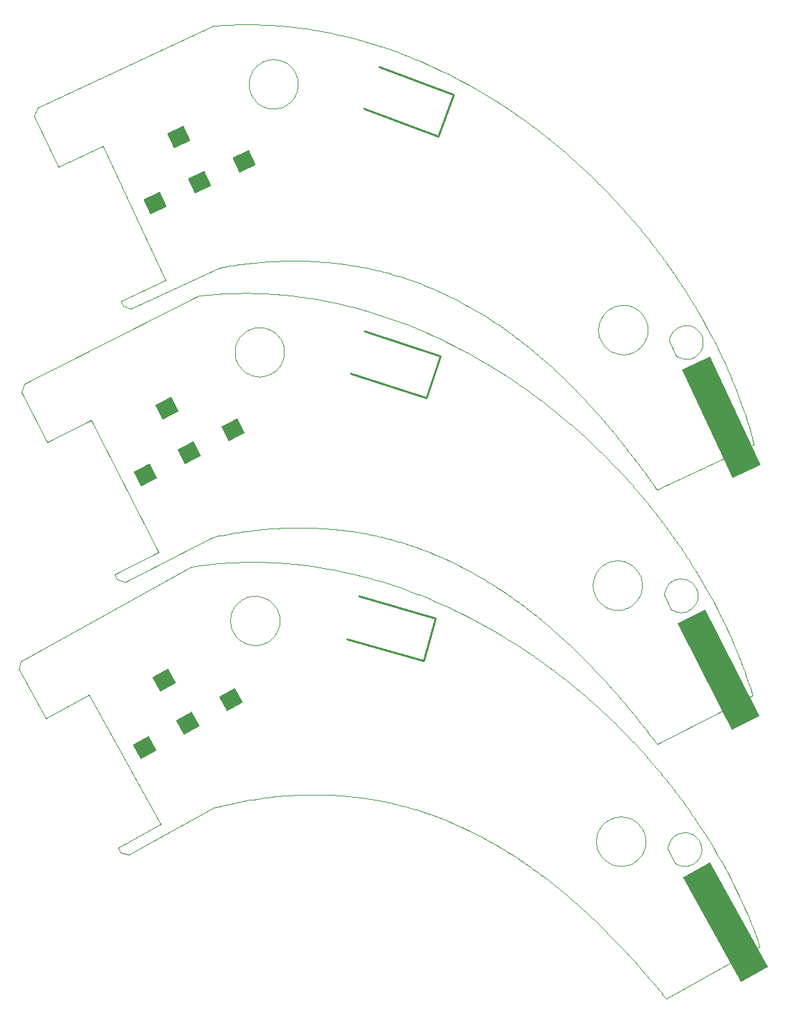
<source format=gm1>
G04*
G04 #@! TF.GenerationSoftware,Altium Limited,Altium Designer,21.7.2 (23)*
G04*
G04 Layer_Color=16711935*
%FSLAX25Y25*%
%MOIN*%
G70*
G04*
G04 #@! TF.SameCoordinates,560326E4-0408-43C8-B7F1-86A7F47A34FC*
G04*
G04*
G04 #@! TF.FilePolarity,Positive*
G04*
G01*
G75*
%ADD13C,0.01000*%
%ADD123C,0.00394*%
%ADD124C,0.00050*%
G04:AMPARAMS|DCode=125|XSize=148.03mil|YSize=572.84mil|CornerRadius=0mil|HoleSize=0mil|Usage=FLASHONLY|Rotation=25.000|XOffset=0mil|YOffset=0mil|HoleType=Round|Shape=Rectangle|*
%AMROTATEDRECTD125*
4,1,4,0.05396,-0.29086,-0.18813,0.22830,-0.05396,0.29086,0.18813,-0.22830,0.05396,-0.29086,0.0*
%
%ADD125ROTATEDRECTD125*%

G04:AMPARAMS|DCode=126|XSize=86.61mil|YSize=78.74mil|CornerRadius=0mil|HoleSize=0mil|Usage=FLASHONLY|Rotation=25.000|XOffset=0mil|YOffset=0mil|HoleType=Round|Shape=Rectangle|*
%AMROTATEDRECTD126*
4,1,4,-0.02261,-0.05398,-0.05589,0.01738,0.02261,0.05398,0.05589,-0.01738,-0.02261,-0.05398,0.0*
%
%ADD126ROTATEDRECTD126*%

G04:AMPARAMS|DCode=127|XSize=148.03mil|YSize=572.84mil|CornerRadius=0mil|HoleSize=0mil|Usage=FLASHONLY|Rotation=29.000|XOffset=0mil|YOffset=0mil|HoleType=Round|Shape=Rectangle|*
%AMROTATEDRECTD127*
4,1,4,0.07412,-0.28639,-0.20359,0.21462,-0.07412,0.28639,0.20359,-0.21462,0.07412,-0.28639,0.0*
%
%ADD127ROTATEDRECTD127*%

G04:AMPARAMS|DCode=128|XSize=86.61mil|YSize=78.74mil|CornerRadius=0mil|HoleSize=0mil|Usage=FLASHONLY|Rotation=29.000|XOffset=0mil|YOffset=0mil|HoleType=Round|Shape=Rectangle|*
%AMROTATEDRECTD128*
4,1,4,-0.01879,-0.05543,-0.05696,0.01344,0.01879,0.05543,0.05696,-0.01344,-0.01879,-0.05543,0.0*
%
%ADD128ROTATEDRECTD128*%

G04:AMPARAMS|DCode=129|XSize=148.03mil|YSize=572.84mil|CornerRadius=0mil|HoleSize=0mil|Usage=FLASHONLY|Rotation=27.000|XOffset=0mil|YOffset=0mil|HoleType=Round|Shape=Rectangle|*
%AMROTATEDRECTD129*
4,1,4,0.06408,-0.28880,-0.19598,0.22160,-0.06408,0.28880,0.19598,-0.22160,0.06408,-0.28880,0.0*
%
%ADD129ROTATEDRECTD129*%

G04:AMPARAMS|DCode=130|XSize=86.61mil|YSize=78.74mil|CornerRadius=0mil|HoleSize=0mil|Usage=FLASHONLY|Rotation=27.000|XOffset=0mil|YOffset=0mil|HoleType=Round|Shape=Rectangle|*
%AMROTATEDRECTD130*
4,1,4,-0.02071,-0.05474,-0.05646,0.01542,0.02071,0.05474,0.05646,-0.01542,-0.02071,-0.05474,0.0*
%
%ADD130ROTATEDRECTD130*%

D13*
X184390Y445735D02*
X220276Y432674D01*
X227548Y452652D01*
X191662Y465713D02*
X227548Y452652D01*
X176324Y191593D02*
X213034Y181067D01*
X218894Y201503D01*
X182184Y212030D02*
X218894Y201503D01*
X178123Y318826D02*
X214443Y307025D01*
X221013Y327245D01*
X184693Y339046D02*
X221013Y327245D01*
D123*
X334113Y327330D02*
X334947Y326799D01*
X335840Y326374D01*
X336777Y326061D01*
X337747Y325865D01*
X338732Y325789D01*
X339720Y325835D01*
X340695Y326000D01*
X341642Y326284D01*
X342547Y326681D01*
X343397Y327187D01*
X344179Y327792D01*
X344881Y328488D01*
X345493Y329265D01*
X346004Y330111D01*
X346409Y331013D01*
X346701Y331958D01*
X346874Y332931D01*
X346927Y333918D01*
X346860Y334905D01*
X346672Y335875D01*
X346367Y336816D01*
X345949Y337712D01*
X345425Y338550D01*
X344802Y339318D01*
X344090Y340004D01*
X343299Y340598D01*
X342442Y341090D01*
X341531Y341474D01*
X340580Y341744D01*
X339603Y341896D01*
X338615Y341927D01*
X337630Y341836D01*
X336664Y341627D01*
X335731Y341300D01*
X334844Y340862D01*
X334018Y340319D01*
X333264Y339679D01*
X332595Y338951D01*
X332019Y338147D01*
X331546Y337279D01*
X331183Y336360D01*
X330935Y335402D01*
X330806Y334422D01*
X334098Y327296D02*
X330770Y334433D01*
X333942Y83921D02*
X334810Y83449D01*
X335731Y83087D01*
X336688Y82841D01*
X337668Y82713D01*
X338657Y82706D01*
X339639Y82820D01*
X340600Y83054D01*
X341525Y83403D01*
X342401Y83862D01*
X343213Y84425D01*
X343951Y85084D01*
X344602Y85827D01*
X345158Y86645D01*
X345610Y87524D01*
X345951Y88453D01*
X346176Y89415D01*
X346281Y90398D01*
X346265Y91387D01*
X346129Y92366D01*
X345874Y93321D01*
X345504Y94238D01*
X345024Y95103D01*
X344443Y95903D01*
X343768Y96625D01*
X343010Y97260D01*
X342180Y97797D01*
X341290Y98229D01*
X340355Y98548D01*
X339387Y98751D01*
X338402Y98834D01*
X337414Y98796D01*
X336438Y98637D01*
X335489Y98360D01*
X334581Y97970D01*
X333727Y97471D01*
X332941Y96871D01*
X332234Y96180D01*
X331617Y95408D01*
X331098Y94566D01*
X330687Y93667D01*
X330389Y92724D01*
X330208Y91752D01*
X330148Y90765D01*
X333929Y83886D02*
X330112Y90773D01*
X331887Y205718D02*
X332739Y205217D01*
X333646Y204823D01*
X334594Y204543D01*
X335570Y204381D01*
X336558Y204340D01*
X337543Y204420D01*
X338511Y204620D01*
X339448Y204936D01*
X340339Y205365D01*
X341171Y205899D01*
X341931Y206531D01*
X342608Y207252D01*
X343192Y208050D01*
X343674Y208913D01*
X344047Y209828D01*
X344305Y210783D01*
X344445Y211761D01*
X344464Y212750D01*
X344362Y213733D01*
X344140Y214697D01*
X343802Y215626D01*
X343354Y216507D01*
X342800Y217326D01*
X342151Y218072D01*
X341416Y218733D01*
X340605Y219299D01*
X339731Y219761D01*
X338807Y220113D01*
X337847Y220350D01*
X336865Y220467D01*
X335876Y220463D01*
X334896Y220339D01*
X333937Y220095D01*
X333016Y219737D01*
X332146Y219268D01*
X331339Y218696D01*
X330608Y218030D01*
X329964Y217280D01*
X329417Y216456D01*
X328975Y215572D01*
X328644Y214640D01*
X328429Y213675D01*
X328334Y212691D01*
X331873Y205684D02*
X328299Y212700D01*
D124*
X319375Y344785D02*
X318913Y345674D01*
X318377Y346522D01*
X317772Y347321D01*
X317101Y348066D01*
X316369Y348751D01*
X315581Y349371D01*
X314744Y349923D01*
X313863Y350401D01*
X312945Y350804D01*
X311996Y351127D01*
X311022Y351368D01*
X310032Y351525D01*
X309033Y351599D01*
X308030Y351587D01*
X307032Y351490D01*
X306046Y351309D01*
X305079Y351045D01*
X304138Y350700D01*
X303229Y350276D01*
X302360Y349777D01*
X301536Y349206D01*
X300763Y348567D01*
X300048Y347865D01*
X299394Y347104D01*
X298808Y346291D01*
X298292Y345431D01*
X297851Y344531D01*
X297488Y343596D01*
X297206Y342634D01*
X297007Y341652D01*
X296891Y340656D01*
X296860Y339654D01*
X296915Y338653D01*
X297054Y337660D01*
X297276Y336683D01*
X297581Y335727D01*
X297966Y334802D01*
X298428Y333912D01*
X298964Y333064D01*
X299569Y332265D01*
X300240Y331521D01*
X300972Y330836D01*
X301760Y330215D01*
X302597Y329663D01*
X303478Y329185D01*
X304396Y328783D01*
X305345Y328460D01*
X306318Y328219D01*
X307309Y328061D01*
X308308Y327988D01*
X309311Y327999D01*
X310309Y328096D01*
X311295Y328277D01*
X312262Y328541D01*
X313203Y328887D01*
X314112Y329310D01*
X314981Y329809D01*
X315805Y330381D01*
X316578Y331020D01*
X317293Y331722D01*
X317947Y332482D01*
X318533Y333295D01*
X319049Y334155D01*
X319490Y335055D01*
X319852Y335990D01*
X320135Y336952D01*
X320334Y337934D01*
X320450Y338930D01*
X320481Y339932D01*
X320426Y340934D01*
X320287Y341926D01*
X320064Y342904D01*
X319760Y343859D01*
X319375Y344785D01*
X219377Y358672D02*
X218395Y359101D01*
X217411Y359524D01*
X216423Y359940D01*
X216423Y359940D02*
X215577Y360292D01*
X214729Y360638D01*
X213879Y360980D01*
X213027Y361318D01*
X213027D02*
X212015Y361711D01*
X211001Y362099D01*
X209984Y362479D01*
X208965Y362853D01*
X208965Y362853D02*
X208029Y363191D01*
X207090Y363522D01*
X206150Y363848D01*
X205208Y364168D01*
X204264Y364483D01*
X203318Y364792D01*
X202370Y365095D01*
X201420Y365392D01*
X200469Y365684D01*
X199516Y365969D01*
X198561Y366249D01*
X197604Y366524D01*
X196646Y366792D01*
X195686Y367055D01*
X194725Y367312D01*
X193762Y367563D01*
X192798Y367808D01*
X191832Y368047D01*
X190865Y368281D01*
X189896Y368508D01*
X188926Y368730D01*
X187954Y368946D01*
X186982Y369156D01*
X186008Y369360D01*
X185033Y369559D01*
X185033D02*
X184019Y369758D01*
X183004Y369952D01*
X181987Y370139D01*
X180970Y370319D01*
X179951Y370494D01*
X178932Y370662D01*
X178932Y370662D02*
X177849Y370833D01*
X176766Y370997D01*
X175681Y371154D01*
X174596Y371304D01*
X173677Y371425D01*
X172757Y371542D01*
X171837Y371653D01*
X170916Y371759D01*
X170916Y371759D02*
X169837Y371877D01*
X168756Y371989D01*
X167675Y372093D01*
X344183Y349215D02*
X343643Y350129D01*
X343100Y351042D01*
X342553Y351952D01*
X342004Y352861D01*
X341451Y353767D01*
X341451Y353767D02*
X340924Y354624D01*
X340394Y355478D01*
X339861Y356331D01*
X339326Y357182D01*
X338787Y358032D01*
X338246Y358879D01*
X338246Y358879D02*
X337723Y359691D01*
X337198Y360502D01*
X336670Y361310D01*
X336139Y362117D01*
X335606Y362923D01*
X335069Y363726D01*
X334531Y364528D01*
Y364528D02*
X333998Y365316D01*
X333462Y366103D01*
X332924Y366888D01*
X332383Y367671D01*
X331840Y368453D01*
X331294Y369232D01*
X330746Y370010D01*
X330195Y370786D01*
X329642Y371561D01*
X329642D02*
X329064Y372365D01*
X328483Y373166D01*
X327899Y373966D01*
X327313Y374764D01*
X326725Y375560D01*
X326134Y376355D01*
X325540Y377147D01*
X324943Y377937D01*
X324344Y378725D01*
X323743Y379512D01*
X323139Y380296D01*
X322532Y381079D01*
X321923Y381859D01*
X321312Y382638D01*
X320697Y383414D01*
X320081Y384189D01*
X319461Y384961D01*
X318840Y385732D01*
X318215Y386500D01*
X317589Y387266D01*
X316960Y388031D01*
X316328Y388793D01*
X315694Y389553D01*
X315057Y390312D01*
X314418Y391068D01*
X313776Y391822D01*
X313132Y392573D01*
X312486Y393323D01*
X311837Y394071D01*
X311185Y394817D01*
X310531Y395560D01*
X309875Y396302D01*
X309217Y397041D01*
X308556Y397778D01*
X307892Y398513D01*
X307226Y399245D01*
X306558Y399976D01*
X305888Y400704D01*
X305215Y401431D01*
X304539Y402154D01*
X303862Y402876D01*
X303182Y403596D01*
X302500Y404313D01*
X301815Y405028D01*
X301128Y405741D01*
X301128D02*
X300433Y406458D01*
X299736Y407172D01*
X299036Y407884D01*
X298334Y408594D01*
X297630Y409301D01*
X296923Y410006D01*
X296214Y410708D01*
X295503Y411409D01*
X294789Y412107D01*
X294073Y412802D01*
X293355Y413495D01*
X292635Y414186D01*
X291912Y414874D01*
X291912Y414874D02*
X291185Y415562D01*
X290455Y416248D01*
X289723Y416931D01*
X288989Y417612D01*
X288253Y418290D01*
X287514Y418965D01*
X286774Y419639D01*
X286031Y420309D01*
X285285Y420978D01*
X285285Y420978D02*
X284517Y421662D01*
X283746Y422343D01*
X282973Y423022D01*
X282197Y423699D01*
X281419Y424372D01*
X280639Y425043D01*
X279856Y425711D01*
X279856Y425711D02*
X279033Y426409D01*
X278207Y427104D01*
X277378Y427796D01*
X276547Y428485D01*
X275713Y429171D01*
X274877Y429853D01*
X274877Y429853D02*
X274132Y430457D01*
X273385Y431058D01*
X272636Y431657D01*
X271885Y432253D01*
X271132Y432847D01*
X270378Y433438D01*
X270378Y433438D02*
X269527Y434100D01*
X268674Y434758D01*
X267819Y435413D01*
X266961Y436065D01*
X266100Y436714D01*
X266100D02*
X265296Y437316D01*
X264489Y437915D01*
X263681Y438511D01*
X262870Y439105D01*
X262057Y439695D01*
X170466Y481632D02*
X169527Y481831D01*
X168587Y482025D01*
X167647Y482216D01*
X166705Y482402D01*
Y482402D02*
X165763Y482584D01*
X164820Y482761D01*
X163876Y482934D01*
X162932Y483103D01*
X162932Y483103D02*
X161987Y483267D01*
X161041Y483427D01*
X160094Y483582D01*
X159147Y483733D01*
X159147Y483733D02*
X158113Y483892D01*
X157077Y484046D01*
X156041Y484195D01*
X155005Y484338D01*
X155005D02*
X153967Y484477D01*
X152929Y484609D01*
X151890Y484736D01*
X150850Y484858D01*
X150850Y484858D02*
X149948Y484959D01*
X149045Y485056D01*
X148142Y485149D01*
X147239Y485238D01*
X146335Y485322D01*
X146335Y485322D02*
X145361Y485409D01*
X144386Y485491D01*
X143411Y485567D01*
X142435Y485639D01*
X141459Y485706D01*
X141459Y485706D02*
X140412Y485773D01*
X139364Y485834D01*
X138316Y485889D01*
X137268Y485938D01*
X136220Y485982D01*
X136220D02*
X135227Y486018D01*
X134235Y486049D01*
X133242Y486075D01*
X132250Y486096D01*
X131257Y486111D01*
X130264Y486122D01*
X130264D02*
X129210Y486128D01*
X128156Y486127D01*
X127102Y486121D01*
X126048Y486109D01*
X124994Y486091D01*
X123940Y486067D01*
X122886Y486038D01*
X122886Y486038D02*
X121924Y486005D01*
X120961Y485968D01*
X119999Y485926D01*
X119037Y485879D01*
X118076Y485828D01*
X117114Y485771D01*
X116153Y485709D01*
X115193Y485642D01*
X114232Y485571D01*
X113272Y485494D01*
X112313Y485413D01*
X151809Y462583D02*
X151347Y463473D01*
X150811Y464321D01*
X150206Y465120D01*
X149535Y465864D01*
X148803Y466549D01*
X148015Y467170D01*
X147178Y467722D01*
X146297Y468200D01*
X145379Y468602D01*
X144430Y468925D01*
X143457Y469166D01*
X142466Y469324D01*
X141467Y469397D01*
X140464Y469385D01*
X139466Y469289D01*
X138480Y469107D01*
X137513Y468844D01*
X136572Y468498D01*
X135663Y468075D01*
X134794Y467575D01*
X133970Y467004D01*
X133197Y466365D01*
X132482Y465663D01*
X131828Y464903D01*
X131242Y464090D01*
X130726Y463230D01*
X130285Y462329D01*
X129923Y461395D01*
X129640Y460433D01*
X129441Y459450D01*
X129325Y458455D01*
X129294Y457452D01*
X129349Y456451D01*
X129488Y455458D01*
X129710Y454481D01*
X130015Y453526D01*
X130400Y452600D01*
X130862Y451710D01*
X131398Y450863D01*
X132003Y450064D01*
X132675Y449319D01*
X133406Y448634D01*
X134194Y448013D01*
X135031Y447462D01*
X135912Y446983D01*
X136830Y446581D01*
X137779Y446258D01*
X138753Y446017D01*
X139743Y445859D01*
X140743Y445786D01*
X141745Y445798D01*
X142743Y445895D01*
X143729Y446076D01*
X144696Y446340D01*
X145637Y446685D01*
X146546Y447109D01*
X147415Y447608D01*
X148239Y448179D01*
X149012Y448818D01*
X149727Y449520D01*
X150381Y450281D01*
X150967Y451094D01*
X151483Y451954D01*
X151924Y452854D01*
X152287Y453789D01*
X152569Y454751D01*
X152768Y455733D01*
X152884Y456729D01*
X152915Y457731D01*
X152860Y458732D01*
X152721Y459725D01*
X152499Y460703D01*
X152194Y461657D01*
X151809Y462583D01*
X324610Y263619D02*
X324962Y263116D01*
X323728Y264871D02*
X324610Y263619D01*
X322846Y266115D02*
X323728Y264871D01*
X321962Y267353D02*
X322846Y266115D01*
X321077Y268583D02*
X321962Y267353D01*
X320192Y269807D02*
X321077Y268583D01*
X319305Y271024D02*
X320192Y269807D01*
X318417Y272234D02*
X319305Y271024D01*
X317528Y273437D02*
X318417Y272234D01*
X316638Y274633D02*
X317528Y273437D01*
X315747Y275822D02*
X316638Y274633D01*
X314854Y277004D02*
X315747Y275822D01*
X313961Y278179D02*
X314854Y277004D01*
X313067Y279347D02*
X313961Y278179D01*
X312171Y280508D02*
X313067Y279347D01*
X311274Y281662D02*
X312171Y280508D01*
X310376Y282809D02*
X311274Y281662D01*
X309477Y283949D02*
X310376Y282809D01*
X308577Y285082D02*
X309477Y283949D01*
X307675Y286208D02*
X308577Y285082D01*
X306772Y287327D02*
X307675Y286208D01*
X305868Y288439D02*
X306772Y287327D01*
X304963Y289544D02*
X305868Y288439D01*
X304057Y290642D02*
X304963Y289544D01*
X303149Y291733D02*
X304057Y290642D01*
X302240Y292816D02*
X303149Y291733D01*
X301330Y293893D02*
X302240Y292816D01*
X300419Y294963D02*
X301330Y293893D01*
X299506Y296025D02*
X300419Y294963D01*
X298592Y297081D02*
X299506Y296025D01*
X297677Y298130D02*
X298592Y297081D01*
X296761Y299171D02*
X297677Y298130D01*
X295843Y300205D02*
X296761Y299171D01*
X294923Y301233D02*
X295843Y300205D01*
X294003Y302253D02*
X294923Y301233D01*
X293081Y303266D02*
X294003Y302253D01*
X292158Y304272D02*
X293081Y303266D01*
X291233Y305271D02*
X292158Y304272D01*
X290307Y306263D02*
X291233Y305271D01*
X289380Y307247D02*
X290307Y306263D01*
X288451Y308225D02*
X289380Y307247D01*
X287521Y309195D02*
X288451Y308225D01*
X286589Y310159D02*
X287521Y309195D01*
X285656Y311115D02*
X286589Y310159D01*
X284722Y312064D02*
X285656Y311115D01*
X283786Y313006D02*
X284722Y312064D01*
X282848Y313941D02*
X283786Y313006D01*
X281909Y314868D02*
X282848Y313941D01*
X280969Y315789D02*
X281909Y314868D01*
X280027Y316702D02*
X280969Y315789D01*
X279084Y317608D02*
X280027Y316702D01*
X278139Y318507D02*
X279084Y317608D01*
X277193Y319399D02*
X278139Y318507D01*
X276245Y320283D02*
X277193Y319399D01*
X275296Y321161D02*
X276245Y320283D01*
X274345Y322031D02*
X275296Y321161D01*
X273392Y322894D02*
X274345Y322031D01*
X272438Y323750D02*
X273392Y322894D01*
X271483Y324598D02*
X272438Y323750D01*
X270334Y325607D02*
X271483Y324598D01*
X269183Y326606D02*
X270334Y325607D01*
X268029Y327594D02*
X269183Y326606D01*
X266874Y328571D02*
X268029Y327594D01*
X265716Y329538D02*
X266874Y328571D01*
X264555Y330495D02*
X265716Y329538D01*
X263392Y331441D02*
X264555Y330495D01*
X262227Y332377D02*
X263392Y331441D01*
X261059Y333303D02*
X262227Y332377D01*
X259889Y334218D02*
X261059Y333303D01*
X258717Y335122D02*
X259889Y334218D01*
X257541Y336016D02*
X258717Y335122D01*
X256364Y336900D02*
X257541Y336016D01*
X255184Y337773D02*
X256364Y336900D01*
X254001Y338635D02*
X255184Y337773D01*
X252816Y339487D02*
X254001Y338635D01*
X251431Y340468D02*
X252816Y339487D01*
X250041Y341434D02*
X251431Y340468D01*
X248648Y342386D02*
X250041Y341434D01*
X247252Y343324D02*
X248648Y342386D01*
X245852Y344247D02*
X247252Y343324D01*
X244448Y345156D02*
X245852Y344247D01*
X243041Y346051D02*
X244448Y345156D01*
X241428Y347055D02*
X243041Y346051D01*
X239811Y348041D02*
X241428Y347055D01*
X238188Y349008D02*
X239811Y348041D01*
X236561Y349956D02*
X238188Y349008D01*
X234724Y351000D02*
X236561Y349956D01*
X232881Y352020D02*
X234724Y351000D01*
X231032Y353016D02*
X232881Y352020D01*
X228969Y354094D02*
X231032Y353016D01*
X226899Y355143D02*
X228969Y354094D01*
X224612Y356262D02*
X226899Y355143D01*
X222106Y357442D02*
X224612Y356262D01*
X219377Y358672D02*
X222106Y357442D01*
X164882Y372331D02*
X167675Y372093D01*
X162308Y372510D02*
X164882Y372331D01*
X159721Y372652D02*
X162308Y372510D01*
X157359Y372748D02*
X159721Y372652D01*
X154985Y372814D02*
X157359Y372748D01*
X152840Y372846D02*
X154985Y372814D01*
X150687Y372853D02*
X152840Y372846D01*
X148765Y372839D02*
X150687Y372853D01*
X146837Y372804D02*
X148765Y372839D01*
X144901Y372750D02*
X146837Y372804D01*
X142959Y372675D02*
X144901Y372750D01*
X141253Y372594D02*
X142959Y372675D01*
X139542Y372497D02*
X141253Y372594D01*
X137826Y372385D02*
X139542Y372497D01*
X136104Y372257D02*
X137826Y372385D01*
X134376Y372114D02*
X136104Y372257D01*
X132643Y371956D02*
X134376Y372114D01*
X130905Y371782D02*
X132643Y371956D01*
X129410Y371621D02*
X130905Y371782D01*
X127911Y371449D02*
X129410Y371621D01*
X126408Y371266D02*
X127911Y371449D01*
X124901Y371071D02*
X126408Y371266D01*
X123390Y370864D02*
X124901Y371071D01*
X121874Y370647D02*
X123390Y370864D01*
X120354Y370417D02*
X121874Y370647D01*
X118830Y370177D02*
X120354Y370417D01*
X117302Y369925D02*
X118830Y370177D01*
X115514Y369617D02*
X117302Y369925D01*
X89378Y363512D02*
X59429Y427738D01*
X72878Y349736D02*
X115514Y369617D01*
X26559Y442334D02*
X27954Y446076D01*
X69115Y351072D02*
X72878Y349736D01*
X69115Y351072D02*
X67970Y353529D01*
X89378Y363512D01*
X371533Y284833D02*
X371270Y285808D01*
X370545Y288407D01*
X369788Y291003D01*
X369000Y293597D01*
X368181Y296187D01*
X367330Y298773D01*
X366449Y301355D01*
X365537Y303933D01*
X364595Y306506D01*
X363500Y309395D01*
X362367Y312277D01*
X361196Y315152D01*
X359988Y318019D01*
X358744Y320877D01*
X357319Y324043D01*
X355850Y327198D01*
X354337Y330341D02*
X355850Y327198D01*
X352622Y333784D02*
X354337Y330341D01*
X350855Y337210D02*
X352622Y333784D01*
X348869Y340928D02*
X350855Y337210D01*
X346650Y344932D02*
X348869Y340928D01*
X344183Y349215D02*
X346650Y344932D01*
X258259Y442395D02*
X262057Y439695D01*
X254422Y445029D02*
X258259Y442395D01*
X250844Y447400D02*
X254422Y445029D01*
X247235Y449712D02*
X250844Y447400D01*
X243897Y451779D02*
X247235Y449712D01*
X240534Y453794D02*
X243897Y451779D01*
X237146Y455757D02*
X240534Y453794D01*
X234044Y457495D02*
X237146Y455757D01*
X230922Y459189D02*
X234044Y457495D01*
X227780Y460838D02*
X230922Y459189D01*
X224619Y462440D02*
X227780Y460838D01*
X221440Y463997D02*
X224619Y462440D01*
X218242Y465506D02*
X221440Y463997D01*
X215026Y466968D02*
X218242Y465506D01*
X211794Y468381D02*
X215026Y466968D01*
X208870Y469611D02*
X211794Y468381D01*
X205933Y470801D02*
X208870Y469611D01*
X202984Y471950D02*
X205933Y470801D01*
X200021Y473058D02*
X202984Y471950D01*
X197047Y474125D02*
X200021Y473058D01*
X194060Y475150D02*
X197047Y474125D01*
X190728Y476238D02*
X194060Y475150D01*
X187383Y477274D02*
X190728Y476238D01*
X184024Y478255D02*
X187383Y477274D01*
X180653Y479182D02*
X184024Y478255D01*
X177269Y480055D02*
X180653Y479182D01*
X173873Y480871D02*
X177269Y480055D01*
X170466Y481632D02*
X173873Y480871D01*
X38020Y417755D02*
X59429Y427738D01*
X324962Y263116D02*
X371533Y284833D01*
X38020Y417755D02*
X26559Y442334D01*
X27954Y446076D02*
X112313Y485413D01*
X318022Y100305D02*
X317499Y101160D01*
X316905Y101968D01*
X316246Y102723D01*
X315524Y103419D01*
X314746Y104052D01*
X313917Y104616D01*
X313044Y105108D01*
X312132Y105524D01*
X311187Y105861D01*
X310218Y106116D01*
X309230Y106289D01*
X308232Y106377D01*
X307229Y106381D01*
X306230Y106299D01*
X305241Y106133D01*
X304270Y105884D01*
X303324Y105553D01*
X302409Y105143D01*
X301532Y104657D01*
X300700Y104098D01*
X299918Y103471D01*
X299192Y102779D01*
X298527Y102029D01*
X297928Y101225D01*
X297399Y100373D01*
X296945Y99479D01*
X296568Y98550D01*
X296272Y97593D01*
X296057Y96613D01*
X295926Y95619D01*
X295881Y94618D01*
X295920Y93616D01*
X296044Y92621D01*
X296252Y91641D01*
X296542Y90681D01*
X296913Y89749D01*
X297361Y88853D01*
X297884Y87997D01*
X298478Y87189D01*
X299138Y86435D01*
X299859Y85738D01*
X300637Y85106D01*
X301466Y84542D01*
X302340Y84050D01*
X303252Y83634D01*
X304196Y83297D01*
X305165Y83041D01*
X306153Y82868D01*
X307151Y82780D01*
X308154Y82777D01*
X309153Y82859D01*
X310142Y83025D01*
X311113Y83274D01*
X312059Y83605D01*
X312974Y84015D01*
X313851Y84501D01*
X314684Y85060D01*
X315466Y85687D01*
X316192Y86378D01*
X316857Y87129D01*
X317455Y87933D01*
X317984Y88785D01*
X318438Y89678D01*
X318815Y90607D01*
X319112Y91565D01*
X319326Y92544D01*
X319457Y93538D01*
X319503Y94540D01*
X319463Y95542D01*
X319339Y96536D01*
X319131Y97517D01*
X318841Y98477D01*
X318470Y99408D01*
X318022Y100305D01*
X217299Y107183D02*
X216290Y107543D01*
X215278Y107896D01*
X214264Y108242D01*
X214264Y108242D02*
X213395Y108533D01*
X212525Y108820D01*
X211653Y109102D01*
X210779Y109379D01*
Y109379D02*
X209743Y109701D01*
X208704Y110017D01*
X207663Y110326D01*
X206620Y110628D01*
X206620Y110628D02*
X205663Y110899D01*
X204704Y111164D01*
X203743Y111424D01*
X202781Y111677D01*
X201817Y111925D01*
X200852Y112167D01*
X199885Y112404D01*
X198917Y112634D01*
X197948Y112858D01*
X196977Y113077D01*
X196005Y113290D01*
X195031Y113497D01*
X194057Y113698D01*
X193081Y113893D01*
X192104Y114082D01*
X191126Y114265D01*
X190147Y114442D01*
X189167Y114614D01*
X188186Y114779D01*
X187203Y114939D01*
X186220Y115092D01*
X185236Y115240D01*
X184251Y115382D01*
X183265Y115517D01*
X182279Y115647D01*
X182279Y115647D02*
X181253Y115776D01*
X180227Y115898D01*
X179200Y116013D01*
X178173Y116123D01*
X177145Y116226D01*
X176116Y116322D01*
Y116322D02*
X175024Y116417D01*
X173932Y116506D01*
X172839Y116587D01*
X171745Y116660D01*
X170820Y116717D01*
X169895Y116769D01*
X168969Y116816D01*
X168043Y116858D01*
X168043Y116858D02*
X166958Y116900D01*
X165873Y116936D01*
X164787Y116965D01*
X342460Y106455D02*
X341858Y107329D01*
X341252Y108202D01*
X340644Y109072D01*
X340032Y109940D01*
X339417Y110805D01*
X338832Y111623D01*
X338244Y112439D01*
X337653Y113252D01*
X337059Y114064D01*
X336463Y114874D01*
X335864Y115681D01*
X335285Y116455D01*
X334705Y117227D01*
X334122Y117997D01*
X333536Y118765D01*
X332948Y119531D01*
X332357Y120295D01*
X331764Y121057D01*
Y121057D02*
X331177Y121807D01*
X330587Y122554D01*
X329996Y123299D01*
X329402Y124043D01*
X328805Y124785D01*
X328206Y125524D01*
X327605Y126262D01*
X327002Y126998D01*
X326396Y127732D01*
X326396D02*
X325763Y128493D01*
X325128Y129253D01*
X324490Y130010D01*
X323850Y130765D01*
X323207Y131518D01*
X322562Y132269D01*
X321914Y133018D01*
X321264Y133765D01*
X320612Y134510D01*
X319957Y135252D01*
X319300Y135993D01*
X318640Y136731D01*
X317978Y137467D01*
X317313Y138201D01*
X316647Y138933D01*
X315977Y139662D01*
X315306Y140390D01*
X314632Y141115D01*
X313955Y141838D01*
X313277Y142559D01*
X312596Y143277D01*
X311912Y143993D01*
X311227Y144708D01*
X310539Y145420D01*
X309848Y146129D01*
X309156Y146837D01*
X308461Y147542D01*
X307763Y148245D01*
X307064Y148945D01*
X306362Y149644D01*
X305658Y150340D01*
X304952Y151033D01*
X304243Y151725D01*
X303532Y152414D01*
X302819Y153101D01*
X302104Y153786D01*
X301386Y154468D01*
X300667Y155148D01*
X299945Y155825D01*
X299221Y156500D01*
X298494Y157173D01*
X297766Y157843D01*
X297035Y158511D01*
X296302Y159177D01*
X295567Y159840D01*
X295567Y159840D02*
X294824Y160506D01*
X294079Y161170D01*
X293331Y161832D01*
X292581Y162491D01*
X291829Y163147D01*
X291075Y163801D01*
X290319Y164452D01*
X289560Y165101D01*
X288800Y165748D01*
X288037Y166392D01*
X287272Y167033D01*
X286505Y167672D01*
X285736Y168308D01*
X285736Y168308D02*
X284963Y168944D01*
X284188Y169577D01*
X283410Y170207D01*
X282630Y170835D01*
X281848Y171460D01*
X281064Y172082D01*
X280278Y172702D01*
X279490Y173320D01*
X278700Y173934D01*
X278700Y173934D02*
X277886Y174563D01*
X277069Y175189D01*
X276251Y175813D01*
X275430Y176433D01*
X274607Y177051D01*
X273782Y177666D01*
X272954Y178277D01*
X272954Y178278D02*
X272084Y178916D01*
X271212Y179552D01*
X270337Y180184D01*
X269459Y180814D01*
X268580Y181439D01*
X267698Y182062D01*
X267698D02*
X266913Y182613D01*
X266126Y183160D01*
X265337Y183705D01*
X264546Y184248D01*
X263754Y184787D01*
X262960Y185325D01*
X262960Y185325D02*
X262065Y185925D01*
X261168Y186523D01*
X260269Y187117D01*
X259368Y187707D01*
X258464Y188294D01*
Y188294D02*
X257620Y188839D01*
X256773Y189380D01*
X255925Y189918D01*
X255075Y190454D01*
X254223Y190986D01*
X159929Y226431D02*
X158979Y226564D01*
X158028Y226693D01*
X157076Y226817D01*
X156124Y226937D01*
X155172Y227053D01*
X154219Y227164D01*
X153265Y227271D01*
X152311Y227373D01*
X152311D02*
X151357Y227471D01*
X150402Y227564D01*
X149447Y227653D01*
X148492Y227737D01*
Y227737D02*
X147449Y227824D01*
X146405Y227906D01*
X145361Y227982D01*
X144317Y228053D01*
X144317Y228053D02*
X143272Y228118D01*
X142227Y228178D01*
X141182Y228232D01*
X140136Y228281D01*
X140136Y228281D02*
X139229Y228319D01*
X138322Y228353D01*
X137415Y228383D01*
X136508Y228408D01*
X135600Y228430D01*
X135600D02*
X134622Y228448D01*
X133644Y228461D01*
X132666Y228470D01*
X131687Y228474D01*
X130709Y228472D01*
Y228472D02*
X129660Y228466D01*
X128611Y228453D01*
X127561Y228435D01*
X126512Y228411D01*
X125463Y228382D01*
Y228382D02*
X124471Y228349D01*
X123479Y228310D01*
X122487Y228267D01*
X121495Y228219D01*
X120504Y228165D01*
X119513Y228106D01*
X119513D02*
X118461Y228038D01*
X117409Y227964D01*
X116358Y227885D01*
X115307Y227799D01*
X114257Y227708D01*
X113207Y227610D01*
X112158Y227507D01*
X112158Y227507D02*
X111200Y227408D01*
X110243Y227304D01*
X109286Y227195D01*
X108330Y227081D01*
X107374Y226962D01*
X106419Y226839D01*
X105465Y226710D01*
X104511Y226576D01*
X103558Y226438D01*
X102606Y226295D01*
X101654Y226147D01*
X142647Y206128D02*
X142124Y206983D01*
X141531Y207791D01*
X140871Y208546D01*
X140149Y209242D01*
X139371Y209875D01*
X138542Y210439D01*
X137669Y210930D01*
X136757Y211346D01*
X135812Y211684D01*
X134843Y211939D01*
X133856Y212112D01*
X132857Y212200D01*
X131854Y212204D01*
X130855Y212122D01*
X129867Y211956D01*
X128895Y211706D01*
X127949Y211375D01*
X127034Y210965D01*
X126157Y210479D01*
X125325Y209921D01*
X124543Y209294D01*
X123817Y208602D01*
X123152Y207852D01*
X122553Y207048D01*
X122025Y206196D01*
X121570Y205302D01*
X121193Y204373D01*
X120897Y203415D01*
X120682Y202436D01*
X120552Y201442D01*
X120506Y200441D01*
X120545Y199439D01*
X120669Y198444D01*
X120877Y197463D01*
X121167Y196504D01*
X121538Y195572D01*
X121987Y194676D01*
X122509Y193820D01*
X123103Y193012D01*
X123763Y192257D01*
X124484Y191561D01*
X125262Y190929D01*
X126091Y190365D01*
X126965Y189873D01*
X127877Y189457D01*
X128821Y189120D01*
X129790Y188864D01*
X130778Y188691D01*
X131776Y188603D01*
X132779Y188600D01*
X133778Y188681D01*
X134767Y188848D01*
X135738Y189097D01*
X136684Y189428D01*
X137599Y189838D01*
X138476Y190324D01*
X139309Y190883D01*
X140091Y191510D01*
X140817Y192201D01*
X141482Y192952D01*
X142080Y193756D01*
X142609Y194607D01*
X143063Y195501D01*
X143440Y196430D01*
X143737Y197388D01*
X143951Y198367D01*
X144082Y199361D01*
X144128Y200363D01*
X144088Y201364D01*
X143964Y202359D01*
X143756Y203340D01*
X143466Y204300D01*
X143095Y205231D01*
X142647Y206128D01*
X328906Y19702D02*
X329292Y19225D01*
X327939Y20889D02*
X328906Y19702D01*
X326972Y22069D02*
X327939Y20889D01*
X326004Y23242D02*
X326972Y22069D01*
X325036Y24408D02*
X326004Y23242D01*
X324067Y25567D02*
X325036Y24408D01*
X323097Y26719D02*
X324067Y25567D01*
X322127Y27864D02*
X323097Y26719D01*
X321156Y29002D02*
X322127Y27864D01*
X320185Y30133D02*
X321156Y29002D01*
X319213Y31257D02*
X320185Y30133D01*
X318240Y32374D02*
X319213Y31257D01*
X317267Y33483D02*
X318240Y32374D01*
X316294Y34586D02*
X317267Y33483D01*
X315319Y35682D02*
X316294Y34586D01*
X314344Y36771D02*
X315319Y35682D01*
X313368Y37852D02*
X314344Y36771D01*
X312392Y38927D02*
X313368Y37852D01*
X311415Y39994D02*
X312392Y38927D01*
X310437Y41055D02*
X311415Y39994D01*
X309458Y42108D02*
X310437Y41055D01*
X308479Y43154D02*
X309458Y42108D01*
X307499Y44193D02*
X308479Y43154D01*
X306518Y45225D02*
X307499Y44193D01*
X305537Y46250D02*
X306518Y45225D01*
X304554Y47268D02*
X305537Y46250D01*
X303571Y48279D02*
X304554Y47268D01*
X302587Y49282D02*
X303571Y48279D01*
X301603Y50279D02*
X302587Y49282D01*
X300618Y51268D02*
X301603Y50279D01*
X299631Y52250D02*
X300618Y51268D01*
X298644Y53225D02*
X299631Y52250D01*
X297656Y54193D02*
X298644Y53225D01*
X296668Y55153D02*
X297656Y54193D01*
X295678Y56107D02*
X296668Y55153D01*
X294688Y57053D02*
X295678Y56107D01*
X293697Y57992D02*
X294688Y57053D01*
X292705Y58924D02*
X293697Y57992D01*
X291712Y59849D02*
X292705Y58924D01*
X290718Y60767D02*
X291712Y59849D01*
X289723Y61677D02*
X290718Y60767D01*
X288728Y62580D02*
X289723Y61677D01*
X287731Y63476D02*
X288728Y62580D01*
X286734Y64365D02*
X287731Y63476D01*
X285735Y65247D02*
X286734Y64365D01*
X284736Y66121D02*
X285735Y65247D01*
X283736Y66988D02*
X284736Y66121D01*
X282735Y67848D02*
X283736Y66988D01*
X281732Y68701D02*
X282735Y67848D01*
X280729Y69546D02*
X281732Y68701D01*
X279725Y70384D02*
X280729Y69546D01*
X278720Y71215D02*
X279725Y70384D01*
X277713Y72039D02*
X278720Y71215D01*
X276706Y72855D02*
X277713Y72039D01*
X275698Y73664D02*
X276706Y72855D01*
X274689Y74466D02*
X275698Y73664D01*
X273678Y75260D02*
X274689Y74466D01*
X272667Y76047D02*
X273678Y75260D01*
X271655Y76827D02*
X272667Y76047D01*
X270438Y77753D02*
X271655Y76827D01*
X269220Y78669D02*
X270438Y77753D01*
X268001Y79574D02*
X269220Y78669D01*
X266779Y80469D02*
X268001Y79574D01*
X265557Y81353D02*
X266779Y80469D01*
X264332Y82226D02*
X265557Y81353D01*
X263106Y83089D02*
X264332Y82226D01*
X261878Y83941D02*
X263106Y83089D01*
X260649Y84783D02*
X261878Y83941D01*
X259418Y85614D02*
X260649Y84783D01*
X258185Y86435D02*
X259418Y85614D01*
X256951Y87244D02*
X258185Y86435D01*
X255714Y88044D02*
X256951Y87244D01*
X254476Y88832D02*
X255714Y88044D01*
X253237Y89610D02*
X254476Y88832D01*
X251995Y90377D02*
X253237Y89610D01*
X250544Y91259D02*
X251995Y90377D01*
X249091Y92126D02*
X250544Y91259D01*
X247635Y92979D02*
X249091Y92126D01*
X246176Y93817D02*
X247635Y92979D01*
X244715Y94640D02*
X246176Y93817D01*
X243252Y95449D02*
X244715Y94640D01*
X241786Y96243D02*
X243252Y95449D01*
X240107Y97133D02*
X241786Y96243D01*
X238424Y98003D02*
X240107Y97133D01*
X236738Y98855D02*
X238424Y98003D01*
X235049Y99687D02*
X236738Y98855D01*
X233144Y100600D02*
X235049Y99687D01*
X231234Y101489D02*
X233144Y100600D01*
X229320Y102354D02*
X231234Y101489D01*
X227187Y103286D02*
X229320Y102354D01*
X225048Y104187D02*
X227187Y103286D01*
X222689Y105144D02*
X225048Y104187D01*
X220107Y106147D02*
X222689Y105144D01*
X217299Y107183D02*
X220107Y106147D01*
X161983Y117007D02*
X164787Y116965D01*
X159403Y117006D02*
X161983Y117007D01*
X156813Y116967D02*
X159403Y117006D01*
X154449Y116899D02*
X156813Y116967D01*
X152077Y116799D02*
X154449Y116899D01*
X149936Y116681D02*
X152077Y116799D01*
X147787Y116538D02*
X149936Y116681D01*
X145871Y116390D02*
X147787Y116538D01*
X143949Y116221D02*
X145871Y116390D01*
X142023Y116031D02*
X143949Y116221D01*
X140090Y115821D02*
X142023Y116031D01*
X138394Y115621D02*
X140090Y115821D01*
X136694Y115405D02*
X138394Y115621D01*
X134990Y115173D02*
X136694Y115405D01*
X133281Y114926D02*
X134990Y115173D01*
X131567Y114663D02*
X133281Y114926D01*
X129850Y114384D02*
X131567Y114663D01*
X128127Y114090D02*
X129850Y114384D01*
X126647Y113825D02*
X128127Y114090D01*
X125164Y113549D02*
X126647Y113825D01*
X123678Y113261D02*
X125164Y113549D01*
X122188Y112961D02*
X123678Y113261D01*
X120695Y112650D02*
X122188Y112961D01*
X119198Y112327D02*
X120695Y112650D01*
X117698Y111992D02*
X119198Y112327D01*
X116194Y111646D02*
X117698Y111992D01*
X114688Y111288D02*
X116194Y111646D01*
X112925Y110856D02*
X114688Y111288D01*
X87279Y102943D02*
X52923Y164924D01*
X71780Y88050D02*
X112925Y110856D01*
X19114Y177191D02*
X20245Y181021D01*
X67933Y89120D02*
X71780Y88050D01*
X67933Y89120D02*
X66619Y91491D01*
X87279Y102943D01*
X374235Y44137D02*
X373904Y45092D01*
X373000Y47634D01*
X372064Y50171D01*
X371097Y52703D01*
X370099Y55230D01*
X369070Y57750D01*
X368011Y60265D01*
X366921Y62773D01*
X365802Y65274D01*
X364508Y68079D01*
X363176Y70875D01*
X361808Y73661D01*
X360403Y76437D01*
X358963Y79202D01*
X357320Y82261D01*
X355635Y85306D01*
X353906Y88335D02*
X355635Y85306D01*
X351955Y91650D02*
X353906Y88335D01*
X349954Y94945D02*
X351955Y91650D01*
X347713Y98515D02*
X349954Y94945D01*
X345220Y102355D02*
X347713Y98515D01*
X342460Y106455D02*
X345220Y102355D01*
X250246Y193415D02*
X254223Y190986D01*
X246234Y195774D02*
X250246Y193415D01*
X242500Y197890D02*
X246234Y195774D01*
X238738Y199945D02*
X242500Y197890D01*
X235265Y201773D02*
X238738Y199945D01*
X231769Y203549D02*
X235265Y201773D01*
X228252Y205271D02*
X231769Y203549D01*
X225036Y206788D02*
X228252Y205271D01*
X221803Y208260D02*
X225036Y206788D01*
X218554Y209686D02*
X221803Y208260D01*
X215289Y211064D02*
X218554Y209686D01*
X212009Y212395D02*
X215289Y211064D01*
X208714Y213678D02*
X212009Y212395D01*
X205405Y214911D02*
X208714Y213678D01*
X202081Y216096D02*
X205405Y214911D01*
X199079Y217119D02*
X202081Y216096D01*
X196066Y218101D02*
X199079Y217119D01*
X193043Y219042D02*
X196066Y218101D01*
X190011Y219940D02*
X193043Y219042D01*
X186969Y220797D02*
X190011Y219940D01*
X183919Y221611D02*
X186969Y220797D01*
X180519Y222464D02*
X183919Y221611D01*
X177110Y223264D02*
X180519Y222464D01*
X173690Y224009D02*
X177110Y223264D01*
X170262Y224698D02*
X173690Y224009D01*
X166826Y225333D02*
X170262Y224698D01*
X163381Y225910D02*
X166826Y225333D01*
X159929Y226431D02*
X163381Y225910D01*
X32262Y153472D02*
X52923Y164924D01*
X329292Y19225D02*
X374235Y44137D01*
X32262Y153472D02*
X19114Y177191D01*
X20245Y181021D02*
X101654Y226147D01*
X316549Y222648D02*
X316056Y223521D01*
X315491Y224350D01*
X314858Y225127D01*
X314161Y225848D01*
X313406Y226507D01*
X312597Y227100D01*
X311741Y227622D01*
X310844Y228069D01*
X309913Y228439D01*
X308953Y228729D01*
X307972Y228936D01*
X306977Y229059D01*
X305975Y229097D01*
X304974Y229050D01*
X303980Y228919D01*
X303000Y228703D01*
X302043Y228406D01*
X301115Y228028D01*
X300221Y227573D01*
X299370Y227044D01*
X298566Y226444D01*
X297816Y225779D01*
X297126Y225052D01*
X296499Y224269D01*
X295941Y223436D01*
X295456Y222559D01*
X295047Y221643D01*
X294717Y220697D01*
X294469Y219725D01*
X294303Y218737D01*
X294223Y217737D01*
X294227Y216735D01*
X294316Y215736D01*
X294490Y214749D01*
X294747Y213780D01*
X295085Y212836D01*
X295501Y211924D01*
X295994Y211051D01*
X296559Y210223D01*
X297192Y209445D01*
X297889Y208724D01*
X298644Y208065D01*
X299453Y207473D01*
X300309Y206951D01*
X301206Y206503D01*
X302138Y206133D01*
X303098Y205844D01*
X304079Y205637D01*
X305073Y205514D01*
X306075Y205475D01*
X307077Y205522D01*
X308071Y205654D01*
X309050Y205869D01*
X310007Y206167D01*
X310936Y206544D01*
X311829Y207000D01*
X312681Y207529D01*
X313484Y208128D01*
X314234Y208794D01*
X314924Y209521D01*
X315551Y210303D01*
X316109Y211136D01*
X316594Y212014D01*
X317003Y212929D01*
X317333Y213876D01*
X317582Y214847D01*
X317747Y215836D01*
X317828Y216835D01*
X317823Y217838D01*
X317734Y218836D01*
X317560Y219824D01*
X317304Y220793D01*
X316966Y221737D01*
X316549Y222648D01*
X216128Y233037D02*
X215131Y233432D01*
X214132Y233820D01*
X213131Y234202D01*
X213131Y234202D02*
X212273Y234523D01*
X211413Y234840D01*
X210552Y235152D01*
X209688Y235460D01*
X209689Y235460D02*
X208664Y235818D01*
X207636Y236170D01*
X206607Y236514D01*
X205575Y236853D01*
X205575Y236853D02*
X204628Y237157D01*
X203679Y237456D01*
X202728Y237749D01*
X201775Y238036D01*
X200820Y238317D01*
X199864Y238593D01*
X198907Y238862D01*
X197947Y239126D01*
X196986Y239385D01*
X196023Y239637D01*
X195059Y239883D01*
X194094Y240124D01*
X193127Y240359D01*
X192158Y240588D01*
X191189Y240811D01*
X190218Y241028D01*
X189245Y241240D01*
X188272Y241445D01*
X187297Y241645D01*
X186321Y241839D01*
X185344Y242026D01*
X184365Y242208D01*
X183386Y242384D01*
X182405Y242554D01*
X181424Y242719D01*
X181424D02*
X180404Y242883D01*
X179383Y243040D01*
X178360Y243192D01*
X177337Y243337D01*
X176313Y243476D01*
X175288Y243608D01*
X174200Y243741D01*
X173112Y243868D01*
X172022Y243987D01*
X170932Y244099D01*
X170010Y244188D01*
X169087Y244272D01*
X168163Y244351D01*
X167239Y244425D01*
X167239Y244425D02*
X166156Y244506D01*
X165073Y244579D01*
X163989Y244646D01*
X341187Y227941D02*
X340616Y228837D01*
X340041Y229730D01*
X339463Y230620D01*
X338882Y231509D01*
X338298Y232396D01*
X338298D02*
X337741Y233233D01*
X337182Y234069D01*
X336620Y234903D01*
X336055Y235735D01*
X335487Y236564D01*
X334917Y237392D01*
Y237392D02*
X334366Y238186D01*
X333812Y238978D01*
X333256Y239767D01*
X332698Y240555D01*
X332137Y241342D01*
X331573Y242126D01*
X331007Y242909D01*
X331007D02*
X330446Y243678D01*
X329883Y244445D01*
X329318Y245211D01*
X328750Y245975D01*
X328180Y246737D01*
X327607Y247497D01*
X327032Y248255D01*
X326455Y249012D01*
X325875Y249766D01*
X325875Y249766D02*
X325269Y250550D01*
X324661Y251330D01*
X324050Y252110D01*
X323436Y252887D01*
X322820Y253662D01*
X322202Y254435D01*
X321581Y255206D01*
X320957Y255975D01*
X320331Y256742D01*
X319702Y257507D01*
X319071Y258270D01*
X318438Y259030D01*
X317802Y259789D01*
X317163Y260546D01*
X316523Y261300D01*
X315879Y262053D01*
X315233Y262803D01*
X314585Y263551D01*
X313934Y264298D01*
X313281Y265042D01*
X312626Y265784D01*
X311968Y266524D01*
X311307Y267261D01*
X310645Y267997D01*
X309980Y268730D01*
X309312Y269461D01*
X308642Y270190D01*
X307970Y270917D01*
X307295Y271641D01*
X306618Y272364D01*
X305939Y273084D01*
X305257Y273802D01*
X304573Y274518D01*
X303887Y275231D01*
X303198Y275943D01*
X302507Y276652D01*
X301814Y277359D01*
X301118Y278063D01*
X300420Y278765D01*
X299720Y279465D01*
X299018Y280163D01*
X298313Y280858D01*
X297606Y281552D01*
X296897Y282242D01*
X296186Y282931D01*
X296186D02*
X295466Y283623D01*
X294744Y284312D01*
X294020Y284999D01*
X293294Y285684D01*
X292565Y286366D01*
X291835Y287046D01*
X291102Y287723D01*
X290366Y288399D01*
X289629Y289071D01*
X288889Y289741D01*
X288147Y290409D01*
X287403Y291074D01*
X286656Y291737D01*
X286656Y291737D02*
X285906Y292399D01*
X285153Y293059D01*
X284398Y293716D01*
X283640Y294370D01*
X282881Y295022D01*
X282119Y295672D01*
X281355Y296319D01*
X280589Y296963D01*
X279821Y297605D01*
X279821Y297605D02*
X279029Y298262D01*
X278235Y298916D01*
X277438Y299568D01*
X276640Y300217D01*
X275839Y300863D01*
X275036Y301506D01*
X274230Y302146D01*
X274230Y302146D02*
X273383Y302815D01*
X272533Y303481D01*
X271680Y304143D01*
X270826Y304803D01*
X269968Y305459D01*
X269109Y306112D01*
Y306112D02*
X268343Y306689D01*
X267576Y307264D01*
X266807Y307836D01*
X266036Y308406D01*
X265263Y308973D01*
X264488Y309538D01*
X264488Y309538D02*
X263615Y310169D01*
X262739Y310798D01*
X261861Y311422D01*
X260981Y312044D01*
X260098Y312662D01*
X260098Y312662D02*
X259273Y313236D01*
X258446Y313806D01*
X257617Y314374D01*
X256786Y314939D01*
X255953Y315500D01*
X162954Y354215D02*
X162009Y354381D01*
X161063Y354543D01*
X160117Y354700D01*
X159169Y354854D01*
X158221Y355002D01*
X157273Y355147D01*
X156324Y355287D01*
X155374Y355422D01*
X155374Y355422D02*
X154424Y355553D01*
X153473Y355680D01*
X152521Y355802D01*
X151569Y355920D01*
X151569Y355920D02*
X150530Y356043D01*
X149490Y356161D01*
X148450Y356273D01*
X147408Y356381D01*
X146367Y356482D01*
X145324Y356579D01*
X144281Y356669D01*
X143238Y356755D01*
X142333Y356824D01*
X141428Y356890D01*
X140522Y356951D01*
X139616Y357008D01*
X138710Y357061D01*
X138710D02*
X137733Y357114D01*
X136756Y357161D01*
X135779Y357204D01*
X134801Y357242D01*
X133823Y357275D01*
X133823D02*
X132774Y357305D01*
X131725Y357329D01*
X130676Y357347D01*
X129627Y357360D01*
X128577Y357367D01*
X128577D02*
X127585Y357369D01*
X126592Y357365D01*
X125599Y357357D01*
X124606Y357343D01*
X123613Y357324D01*
X122621Y357299D01*
X122621D02*
X121567Y357268D01*
X120514Y357231D01*
X119460Y357188D01*
X118407Y357139D01*
X117355Y357085D01*
X116302Y357024D01*
X115250Y356958D01*
X115250Y356958D02*
X114289Y356892D01*
X113329Y356821D01*
X112369Y356746D01*
X111409Y356665D01*
X110450Y356580D01*
X109491Y356490D01*
X108533Y356394D01*
X107575Y356294D01*
X106618Y356189D01*
X105661Y356079D01*
X104705Y355964D01*
X144974Y334527D02*
X144481Y335400D01*
X143916Y336228D01*
X143283Y337006D01*
X142587Y337727D01*
X141831Y338386D01*
X141023Y338979D01*
X140167Y339501D01*
X139269Y339948D01*
X138338Y340318D01*
X137378Y340608D01*
X136397Y340814D01*
X135402Y340938D01*
X134400Y340976D01*
X133399Y340929D01*
X132405Y340798D01*
X131426Y340582D01*
X130468Y340285D01*
X129540Y339907D01*
X128646Y339452D01*
X127795Y338922D01*
X126991Y338323D01*
X126242Y337657D01*
X125551Y336931D01*
X124925Y336148D01*
X124367Y335315D01*
X123881Y334438D01*
X123472Y333522D01*
X123142Y332576D01*
X122894Y331604D01*
X122729Y330615D01*
X122648Y329616D01*
X122652Y328614D01*
X122741Y327615D01*
X122915Y326628D01*
X123172Y325659D01*
X123510Y324715D01*
X123926Y323803D01*
X124419Y322930D01*
X124984Y322101D01*
X125617Y321324D01*
X126314Y320603D01*
X127069Y319944D01*
X127878Y319352D01*
X128734Y318829D01*
X129631Y318382D01*
X130563Y318012D01*
X131523Y317723D01*
X132504Y317515D01*
X133499Y317392D01*
X134500Y317354D01*
X135502Y317401D01*
X136496Y317532D01*
X137475Y317748D01*
X138432Y318045D01*
X139361Y318423D01*
X140254Y318878D01*
X141106Y319408D01*
X141909Y320007D01*
X142659Y320673D01*
X143350Y321399D01*
X143976Y322182D01*
X144534Y323015D01*
X145019Y323892D01*
X145428Y324808D01*
X145758Y325754D01*
X146007Y326726D01*
X146172Y327715D01*
X146253Y328714D01*
X146248Y329716D01*
X146159Y330715D01*
X145985Y331702D01*
X145729Y332671D01*
X145391Y333615D01*
X144974Y334527D01*
X324613Y141715D02*
X324983Y141225D01*
X323689Y142935D02*
X324613Y141715D01*
X322763Y144148D02*
X323689Y142935D01*
X321837Y145354D02*
X322763Y144148D01*
X320910Y146553D02*
X321837Y145354D01*
X319982Y147745D02*
X320910Y146553D01*
X319053Y148930D02*
X319982Y147745D01*
X318123Y150108D02*
X319053Y148930D01*
X317193Y151279D02*
X318123Y150108D01*
X316262Y152444D02*
X317193Y151279D01*
X315330Y153601D02*
X316262Y152444D01*
X314397Y154751D02*
X315330Y153601D01*
X313463Y155894D02*
X314397Y154751D01*
X312528Y157030D02*
X313463Y155894D01*
X311593Y158159D02*
X312528Y157030D01*
X310656Y159281D02*
X311593Y158159D01*
X309718Y160396D02*
X310656Y159281D01*
X308780Y161504D02*
X309718Y160396D01*
X307841Y162605D02*
X308780Y161504D01*
X306901Y163699D02*
X307841Y162605D01*
X305959Y164786D02*
X306901Y163699D01*
X305017Y165865D02*
X305959Y164786D01*
X304074Y166938D02*
X305017Y165865D01*
X303130Y168004D02*
X304074Y166938D01*
X302185Y169062D02*
X303130Y168004D01*
X301239Y170114D02*
X302185Y169062D01*
X300291Y171158D02*
X301239Y170114D01*
X299343Y172195D02*
X300291Y171158D01*
X298394Y173225D02*
X299343Y172195D01*
X297444Y174249D02*
X298394Y173225D01*
X296493Y175264D02*
X297444Y174249D01*
X295540Y176273D02*
X296493Y175264D01*
X294587Y177275D02*
X295540Y176273D01*
X293632Y178270D02*
X294587Y177275D01*
X292677Y179257D02*
X293632Y178270D01*
X291720Y180237D02*
X292677Y179257D01*
X290762Y181210D02*
X291720Y180237D01*
X289803Y182176D02*
X290762Y181210D01*
X288843Y183135D02*
X289803Y182176D01*
X287882Y184087D02*
X288843Y183135D01*
X286920Y185032D02*
X287882Y184087D01*
X285956Y185969D02*
X286920Y185032D01*
X284992Y186899D02*
X285956Y185969D01*
X284026Y187822D02*
X284992Y186899D01*
X283059Y188738D02*
X284026Y187822D01*
X282090Y189647D02*
X283059Y188738D01*
X281121Y190548D02*
X282090Y189647D01*
X280150Y191443D02*
X281121Y190548D01*
X279179Y192330D02*
X280150Y191443D01*
X278205Y193210D02*
X279179Y192330D01*
X277231Y194082D02*
X278205Y193210D01*
X276255Y194948D02*
X277231Y194082D01*
X275279Y195806D02*
X276255Y194948D01*
X274301Y196657D02*
X275279Y195806D01*
X273321Y197500D02*
X274301Y196657D01*
X272340Y198337D02*
X273321Y197500D01*
X271358Y199166D02*
X272340Y198337D01*
X270375Y199988D02*
X271358Y199166D01*
X269391Y200803D02*
X270375Y199988D01*
X268207Y201771D02*
X269391Y200803D01*
X267022Y202729D02*
X268207Y201771D01*
X265835Y203676D02*
X267022Y202729D01*
X264646Y204612D02*
X265835Y203676D01*
X263454Y205539D02*
X264646Y204612D01*
X262261Y206454D02*
X263454Y205539D01*
X261066Y207359D02*
X262261Y206454D01*
X259869Y208254D02*
X261066Y207359D01*
X258669Y209138D02*
X259869Y208254D01*
X257468Y210012D02*
X258669Y209138D01*
X256265Y210875D02*
X257468Y210012D01*
X255059Y211727D02*
X256265Y210875D01*
X253852Y212569D02*
X255059Y211727D01*
X252642Y213400D02*
X253852Y212569D01*
X251430Y214221D02*
X252642Y213400D01*
X250216Y215031D02*
X251430Y214221D01*
X248797Y215963D02*
X250216Y215031D01*
X247374Y216880D02*
X248797Y215963D01*
X245949Y217783D02*
X247374Y216880D01*
X244521Y218671D02*
X245949Y217783D01*
X243089Y219545D02*
X244521Y218671D01*
X241655Y220405D02*
X243089Y219545D01*
X240217Y221249D02*
X241655Y220405D01*
X238570Y222197D02*
X240217Y221249D01*
X236919Y223126D02*
X238570Y222197D01*
X235264Y224036D02*
X236919Y223126D01*
X233605Y224926D02*
X235264Y224036D01*
X231733Y225905D02*
X233605Y224926D01*
X229855Y226860D02*
X231733Y225905D01*
X227972Y227791D02*
X229855Y226860D01*
X225873Y228797D02*
X227972Y227791D01*
X223768Y229773D02*
X225873Y228797D01*
X221443Y230812D02*
X223768Y229773D01*
X218897Y231904D02*
X221443Y230812D01*
X216128Y233038D02*
X218897Y231904D01*
X161188Y244786D02*
X163989Y244646D01*
X158610Y244875D02*
X161188Y244786D01*
X156020Y244927D02*
X158610Y244875D01*
X153655Y244941D02*
X156020Y244927D01*
X151281Y244923D02*
X153655Y244941D01*
X149137Y244881D02*
X151281Y244923D01*
X146984Y244813D02*
X149137Y244881D01*
X145064Y244731D02*
X146984Y244813D01*
X143138Y244629D02*
X145064Y244731D01*
X141206Y244507D02*
X143138Y244629D01*
X139267Y244365D02*
X141206Y244507D01*
X137565Y244224D02*
X139267Y244365D01*
X135859Y244068D02*
X137565Y244224D01*
X134147Y243895D02*
X135859Y244068D01*
X132431Y243708D02*
X134147Y243895D01*
X130709Y243505D02*
X132431Y243708D01*
X128983Y243286D02*
X130709Y243505D01*
X127251Y243052D02*
X128983Y243286D01*
X125763Y242839D02*
X127251Y243052D01*
X124271Y242615D02*
X125763Y242839D01*
X122775Y242378D02*
X124271Y242615D01*
X121276Y242131D02*
X122775Y242378D01*
X119773Y241872D02*
X121276Y242131D01*
X118266Y241602D02*
X119773Y241872D01*
X116755Y241320D02*
X118266Y241602D01*
X115240Y241026D02*
X116755Y241320D01*
X113722Y240721D02*
X115240Y241026D01*
X111945Y240351D02*
X113722Y240721D01*
X86039Y233337D02*
X53866Y296479D01*
X70030Y218994D02*
X111945Y240351D01*
X20507Y309919D02*
X21771Y313707D01*
X66222Y220198D02*
X70030Y218994D01*
X66222Y220198D02*
X64992Y222613D01*
X86039Y233337D01*
X370768Y164553D02*
X370470Y165519D01*
X369655Y168091D01*
X368808Y170659D01*
X367930Y173223D01*
X367021Y175783D01*
X366081Y178338D01*
X365110Y180888D01*
X364109Y183432D01*
X363078Y185971D01*
X361882Y188820D01*
X360649Y191661D01*
X359379Y194493D01*
X358072Y197316D01*
X356729Y200129D01*
X355194Y203244D01*
X353615Y206345D01*
X351993Y209434D02*
X353615Y206345D01*
X350159Y212814D02*
X351993Y209434D01*
X348274Y216177D02*
X350159Y212814D01*
X346160Y219824D02*
X348274Y216177D01*
X343802Y223748D02*
X346160Y219824D01*
X341187Y227941D02*
X343802Y223748D01*
X252064Y318067D02*
X255953Y315500D01*
X248137Y320565D02*
X252064Y318067D01*
X244479Y322810D02*
X248137Y320565D01*
X240791Y324994D02*
X244479Y322810D01*
X237383Y326943D02*
X240791Y324994D01*
X233952Y328839D02*
X237383Y326943D01*
X230497Y330683D02*
X233952Y328839D01*
X227336Y332312D02*
X230497Y330683D01*
X224157Y333896D02*
X227336Y332312D01*
X220959Y335434D02*
X224157Y333896D01*
X217745Y336925D02*
X220959Y335434D01*
X214513Y338370D02*
X217745Y336925D01*
X211264Y339767D02*
X214513Y338370D01*
X208000Y341115D02*
X211264Y339767D01*
X204720Y342415D02*
X208000Y341115D01*
X201755Y343542D02*
X204720Y342415D01*
X198779Y344629D02*
X201755Y343542D01*
X195791Y345674D02*
X198779Y344629D01*
X192791Y346678D02*
X195791Y345674D01*
X189781Y347641D02*
X192791Y346678D01*
X186761Y348560D02*
X189781Y347641D01*
X183393Y349532D02*
X186761Y348560D01*
X180014Y350450D02*
X183393Y349532D01*
X176623Y351314D02*
X180014Y350450D01*
X173221Y352123D02*
X176623Y351314D01*
X169808Y352876D02*
X173221Y352123D01*
X166386Y353574D02*
X169808Y352876D01*
X162954Y354215D02*
X166386Y353574D01*
X32819Y285755D02*
X53866Y296479D01*
X324983Y141225D02*
X370768Y164553D01*
X32819Y285755D02*
X20507Y309919D01*
X21771Y313707D02*
X104705Y355964D01*
D125*
X355805Y297779D02*
D03*
D126*
X84281Y400638D02*
D03*
X105690Y410621D02*
D03*
X127099Y420604D02*
D03*
X95707Y432030D02*
D03*
D127*
X357642Y55955D02*
D03*
D128*
X79604Y139623D02*
D03*
X100265Y151075D02*
D03*
X120925Y162527D02*
D03*
X88813Y171735D02*
D03*
D129*
X354597Y176943D02*
D03*
D130*
X79649Y270263D02*
D03*
X100696Y280987D02*
D03*
X121744Y291711D02*
D03*
X89972Y302034D02*
D03*
M02*

</source>
